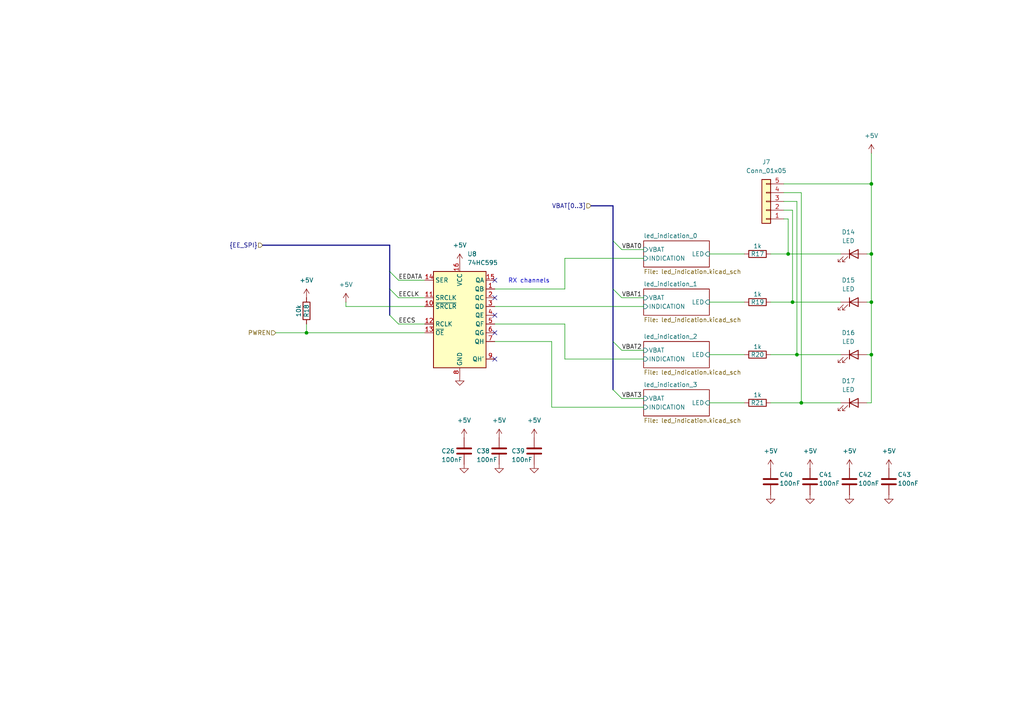
<source format=kicad_sch>
(kicad_sch (version 20231120) (generator "eeschema") (generator_version "8.0")
  (paper "A4")
  (title_block (title "FTDI Quad LIN"))
  (lib_symbols
    (symbol "74xx:74HC595"
      (property "Reference" "U" (at -7.62 13.97 0))
      (property "Value" "74HC595" (at -7.62 -16.51 0))
      (symbol "74HC595_1_0"
        (pin tri_state line (at 10.16 7.62 180) (length 2.54) (name "QB") (number "1"))
        (pin input line (at -10.16 2.54 0) (length 2.54) (name "~{SRCLR}") (number "10"))
        (pin input line (at -10.16 5.08 0) (length 2.54) (name "SRCLK") (number "11"))
        (pin input line (at -10.16 -2.54 0) (length 2.54) (name "RCLK") (number "12"))
        (pin input line (at -10.16 -5.08 0) (length 2.54) (name "~{OE}") (number "13"))
        (pin input line (at -10.16 10.16 0) (length 2.54) (name "SER") (number "14"))
        (pin tri_state line (at 10.16 10.16 180) (length 2.54) (name "QA") (number "15"))
        (pin power_in line (at 0 15.24 270) (length 2.54) (name "VCC") (number "16"))
        (pin tri_state line (at 10.16 5.08 180) (length 2.54) (name "QC") (number "2"))
        (pin tri_state line (at 10.16 2.54 180) (length 2.54) (name "QD") (number "3"))
        (pin tri_state line (at 10.16 0 180) (length 2.54) (name "QE") (number "4"))
        (pin tri_state line (at 10.16 -2.54 180) (length 2.54) (name "QF") (number "5"))
        (pin tri_state line (at 10.16 -5.08 180) (length 2.54) (name "QG") (number "6"))
        (pin tri_state line (at 10.16 -7.62 180) (length 2.54) (name "QH") (number "7"))
        (pin power_in line (at 0 -17.78 90) (length 2.54) (name "GND") (number "8"))
        (pin output line (at 10.16 -12.7 180) (length 2.54) (name "QH'") (number "9"))
      )
      (symbol "74HC595_1_1"
        (rectangle (start -7.62 12.7) (end 7.62 -15.24) (stroke (width 0.254)) (fill (type background)))
      )
    )
    (symbol "Connector_Generic:Conn_01x05" (pin_names (offset 1.016) hide)
      (property "Reference" "J" (at 0 7.62 0))
      (property "Value" "Conn_01x05" (at 0 -7.62 0))
      (symbol "Conn_01x05_1_1"
        (rectangle (start -1.27 -4.953) (end 0 -5.207) (stroke (width 0.1524)))
        (rectangle (start -1.27 -2.413) (end 0 -2.667) (stroke (width 0.1524)))
        (rectangle (start -1.27 0.127) (end 0 -0.127) (stroke (width 0.1524)))
        (rectangle (start -1.27 2.667) (end 0 2.413) (stroke (width 0.1524)))
        (rectangle (start -1.27 5.207) (end 0 4.953) (stroke (width 0.1524)))
        (rectangle (start -1.27 6.35) (end 1.27 -6.35) (stroke (width 0.254)) (fill (type background)))
        (pin passive line (at -5.08 5.08 0) (length 3.81) (name "Pin_1") (number "1"))
        (pin passive line (at -5.08 2.54 0) (length 3.81) (name "Pin_2") (number "2"))
        (pin passive line (at -5.08 0 0) (length 3.81) (name "Pin_3") (number "3"))
        (pin passive line (at -5.08 -2.54 0) (length 3.81) (name "Pin_4") (number "4"))
        (pin passive line (at -5.08 -5.08 0) (length 3.81) (name "Pin_5") (number "5"))
      )
    )
    (symbol "Device:C" (pin_numbers hide) (pin_names (offset 0.254))
      (property "Reference" "C" (at 0.635 2.54 0))
      (property "Value" "C" (at 0.635 -2.54 0))
      (symbol "C_0_1"
        (polyline (pts (xy -2.032 -0.762) (xy 2.032 -0.762)) (stroke (width 0.508)))
        (polyline (pts (xy -2.032 0.762) (xy 2.032 0.762)) (stroke (width 0.508)))
      )
      (symbol "C_1_1"
        (pin passive line (at 0 3.81 270) (length 2.794) (name "~") (number "1"))
        (pin passive line (at 0 -3.81 90) (length 2.794) (name "~") (number "2"))
      )
    )
    (symbol "Device:LED" (pin_numbers hide) (pin_names (offset 1.016) hide)
      (property "Reference" "D" (at 0 2.54 0))
      (property "Value" "LED" (at 0 -2.54 0))
      (symbol "LED_0_1"
        (polyline (pts (xy -1.27 -1.27) (xy -1.27 1.27)) (stroke (width 0.254)))
        (polyline (pts (xy -1.27 0) (xy 1.27 0)))
        (polyline (pts (xy 1.27 -1.27) (xy 1.27 1.27) (xy -1.27 0) (xy 1.27 -1.27)) (stroke (width 0.254)))
        (polyline (pts (xy -3.048 -0.762) (xy -4.572 -2.286) (xy -3.81 -2.286) (xy -4.572 -2.286) (xy -4.572 -1.524)))
        (polyline (pts (xy -1.778 -0.762) (xy -3.302 -2.286) (xy -2.54 -2.286) (xy -3.302 -2.286) (xy -3.302 -1.524)))
      )
      (symbol "LED_1_1"
        (pin passive line (at -3.81 0 0) (length 2.54) (name "K") (number "1"))
        (pin passive line (at 3.81 0 180) (length 2.54) (name "A") (number "2"))
      )
    )
    (symbol "Device:R" (pin_numbers hide) (pin_names (offset 0))
      (property "Reference" "R" (at 2.032 0 90))
      (property "Value" "R" (at 0 0 90))
      (symbol "R_0_1"
        (rectangle (start -1.016 -2.54) (end 1.016 2.54) (stroke (width 0.254)))
      )
      (symbol "R_1_1"
        (pin passive line (at 0 3.81 270) (length 1.27) (name "~") (number "1"))
        (pin passive line (at 0 -3.81 90) (length 1.27) (name "~") (number "2"))
      )
    )
    (symbol "power:+5V" (power) (pin_numbers hide) (pin_names (offset 0) hide)
      (property "Value" "+5V" (at 0 3.556 0))
      (symbol "+5V_0_1"
        (polyline (pts (xy -0.762 1.27) (xy 0 2.54)))
        (polyline (pts (xy 0 0) (xy 0 2.54)))
        (polyline (pts (xy 0 2.54) (xy 0.762 1.27)))
      )
      (symbol "+5V_1_1"
        (pin power_in line (at 0 0 90) (length 0) (name "~") (number "1"))
      )
    )
    (symbol "power:GND" (power) (pin_numbers hide) (pin_names (offset 0) hide)
      (property "Value" "GND" (at 0 -3.81 0))
      (symbol "GND_0_1"
        (polyline (pts (xy 0 0) (xy 0 -1.27) (xy 1.27 -1.27) (xy 0 -2.54) (xy -1.27 -1.27) (xy 0 -1.27)))
      )
      (symbol "GND_1_1"
        (pin power_in line (at 0 0 270) (length 0) (name "~") (number "1"))
      )
    )
  )
  (junction (at 252.73 87.63))
  (junction (at 88.9 96.52))
  (junction (at 231.14 102.87))
  (junction (at 232.41 116.84))
  (junction (at 252.73 102.87))
  (junction (at 252.73 53.34))
  (junction (at 229.87 87.63))
  (junction (at 252.73 73.66))
  (junction (at 228.6 73.66))
  (no_connect (at 143.51 104.14))
  (no_connect (at 143.51 86.36))
  (no_connect (at 143.51 91.44))
  (no_connect (at 143.51 96.52))
  (no_connect (at 143.51 81.28))
  (bus_entry (at 113.03 91.44) (size 2.54 2.54))
  (bus_entry (at 113.03 78.74) (size 2.54 2.54))
  (bus_entry (at 177.8 99.06) (size 2.54 2.54))
  (bus_entry (at 177.8 83.82) (size 2.54 2.54))
  (bus_entry (at 113.03 83.82) (size 2.54 2.54))
  (bus_entry (at 177.8 69.85) (size 2.54 2.54))
  (bus_entry (at 177.8 113.03) (size 2.54 2.54))
  (wire (pts (xy 115.57 93.98) (xy 123.19 93.98)))
  (wire (pts (xy 251.46 116.84) (xy 252.73 116.84)))
  (wire (pts (xy 229.87 87.63) (xy 223.52 87.63)))
  (bus (pts (xy 113.03 83.82) (xy 113.03 91.44)))
  (wire (pts (xy 252.73 53.34) (xy 252.73 73.66)))
  (bus (pts (xy 177.8 59.69) (xy 177.8 69.85)))
  (wire (pts (xy 243.84 73.66) (xy 228.6 73.66)))
  (wire (pts (xy 228.6 63.5) (xy 228.6 73.66)))
  (wire (pts (xy 180.34 72.39) (xy 186.69 72.39)))
  (wire (pts (xy 229.87 60.96) (xy 229.87 87.63)))
  (wire (pts (xy 88.9 96.52) (xy 123.19 96.52)))
  (wire (pts (xy 143.51 99.06) (xy 160.02 99.06)))
  (wire (pts (xy 205.74 87.63) (xy 215.9 87.63)))
  (wire (pts (xy 143.51 93.98) (xy 163.83 93.98)))
  (wire (pts (xy 252.73 73.66) (xy 252.73 87.63)))
  (wire (pts (xy 180.34 86.36) (xy 186.69 86.36)))
  (wire (pts (xy 231.14 58.42) (xy 231.14 102.87)))
  (wire (pts (xy 205.74 116.84) (xy 215.9 116.84)))
  (wire (pts (xy 231.14 102.87) (xy 223.52 102.87)))
  (bus (pts (xy 177.8 99.06) (xy 177.8 113.03)))
  (wire (pts (xy 251.46 87.63) (xy 252.73 87.63)))
  (wire (pts (xy 123.19 88.9) (xy 100.33 88.9)))
  (wire (pts (xy 186.69 118.11) (xy 160.02 118.11)))
  (wire (pts (xy 243.84 87.63) (xy 229.87 87.63)))
  (wire (pts (xy 115.57 81.28) (xy 123.19 81.28)))
  (bus (pts (xy 113.03 71.12) (xy 76.2 71.12)))
  (wire (pts (xy 143.51 88.9) (xy 186.69 88.9)))
  (wire (pts (xy 251.46 102.87) (xy 252.73 102.87)))
  (bus (pts (xy 171.45 59.69) (xy 177.8 59.69)))
  (wire (pts (xy 227.33 55.88) (xy 232.41 55.88)))
  (wire (pts (xy 252.73 102.87) (xy 252.73 116.84)))
  (wire (pts (xy 143.51 83.82) (xy 163.83 83.82)))
  (wire (pts (xy 252.73 44.45) (xy 252.73 53.34)))
  (wire (pts (xy 252.73 87.63) (xy 252.73 102.87)))
  (wire (pts (xy 243.84 116.84) (xy 232.41 116.84)))
  (wire (pts (xy 227.33 63.5) (xy 228.6 63.5)))
  (wire (pts (xy 228.6 73.66) (xy 223.52 73.66)))
  (wire (pts (xy 186.69 104.14) (xy 163.83 104.14)))
  (wire (pts (xy 205.74 102.87) (xy 215.9 102.87)))
  (bus (pts (xy 177.8 69.85) (xy 177.8 83.82)))
  (wire (pts (xy 205.74 73.66) (xy 215.9 73.66)))
  (bus (pts (xy 113.03 78.74) (xy 113.03 83.82)))
  (wire (pts (xy 100.33 88.9) (xy 100.33 87.63)))
  (wire (pts (xy 115.57 86.36) (xy 123.19 86.36)))
  (bus (pts (xy 177.8 83.82) (xy 177.8 99.06)))
  (wire (pts (xy 163.83 83.82) (xy 163.83 74.93)))
  (wire (pts (xy 243.84 102.87) (xy 231.14 102.87)))
  (wire (pts (xy 180.34 115.57) (xy 186.69 115.57)))
  (wire (pts (xy 180.34 101.6) (xy 186.69 101.6)))
  (wire (pts (xy 227.33 58.42) (xy 231.14 58.42)))
  (wire (pts (xy 80.01 96.52) (xy 88.9 96.52)))
  (wire (pts (xy 251.46 73.66) (xy 252.73 73.66)))
  (wire (pts (xy 88.9 93.98) (xy 88.9 96.52)))
  (wire (pts (xy 160.02 118.11) (xy 160.02 99.06)))
  (wire (pts (xy 227.33 60.96) (xy 229.87 60.96)))
  (wire (pts (xy 163.83 74.93) (xy 186.69 74.93)))
  (bus (pts (xy 113.03 71.12) (xy 113.03 78.74)))
  (wire (pts (xy 232.41 55.88) (xy 232.41 116.84)))
  (wire (pts (xy 163.83 104.14) (xy 163.83 93.98)))
  (wire (pts (xy 227.33 53.34) (xy 252.73 53.34)))
  (wire (pts (xy 232.41 116.84) (xy 223.52 116.84)))
  (text "RX channels" (at 153.416 81.534 0) (effects (font (size 1.27 1.27))))
  (label "VBAT0" (at 180.34 72.39 0))
  (label "VBAT2" (at 180.34 101.6 0))
  (label "EECS" (at 115.57 93.98 0))
  (label "EEDATA" (at 115.57 81.28 0))
  (label "VBAT1" (at 180.34 86.36 0))
  (label "VBAT3" (at 180.34 115.57 0))
  (label "EECLK" (at 115.57 86.36 0))
  (hierarchical_label "PWREN" (shape input) (at 80.01 96.52 180))
  (hierarchical_label "{EE_SPI}" (shape input) (at 76.2 71.12 180))
  (hierarchical_label "VBAT[0..3]" (shape input) (at 171.45 59.69 180))
  (symbol (lib_id "power:GND") (at 257.81 143.51 0) (unit 1)
    (property "Reference" "#PWR0119" (effects (hide yes)))
    (property "Value" "GND" (effects (hide yes)))
    (property "Description" "Power symbol creates a global label with name \"GND\" , ground" (effects (hide yes)))
  )
  (symbol (lib_id "power:+5V") (at 234.95 135.89 0) (unit 1)
    (property "Reference" "#PWR0114" (effects (hide yes)))
    (property "Value" "+5V" (at 234.95 130.81 0))
    (property "Description" "Power symbol creates a global label with name \"+5V\"" (effects (hide yes)))
  )
  (symbol (lib_id "power:GND") (at 133.35 109.22 0) (unit 1)
    (property "Reference" "#PWR076" (effects (hide yes)))
    (property "Value" "GND" (effects (hide yes)))
    (property "Description" "Power symbol creates a global label with name \"GND\" , ground" (effects (hide yes)))
  )
  (symbol (lib_id "power:GND") (at 134.62 134.62 0) (unit 1)
    (property "Reference" "#PWR072" (effects (hide yes)))
    (property "Value" "GND" (effects (hide yes)))
    (property "Description" "Power symbol creates a global label with name \"GND\" , ground" (effects (hide yes)))
  )
  (symbol (lib_id "Device:C") (at 257.81 139.7 0) (unit 1)
    (property "Reference" "C43" (at 260.35 137.668 0) (effects (justify left)))
    (property "Value" "100nF" (at 260.35 140.208 0) (effects (justify left)))
    (property "Footprint" "Capacitor_SMD:C_0805_2012Metric" (effects (hide yes)))
    (property "Description" "Unpolarized capacitor" (effects (hide yes)))
  )
  (symbol (lib_id "Device:C") (at 234.95 139.7 0) (unit 1)
    (property "Reference" "C41" (at 237.49 137.668 0) (effects (justify left)))
    (property "Value" "100nF" (at 237.49 140.208 0) (effects (justify left)))
    (property "Footprint" "Capacitor_SMD:C_0805_2012Metric" (effects (hide yes)))
    (property "Description" "Unpolarized capacitor" (effects (hide yes)))
  )
  (symbol (lib_id "Device:R") (at 219.71 102.87 270) (unit 1)
    (property "Reference" "R20" (at 219.71 102.87 90))
    (property "Value" "1k" (at 219.71 100.584 90))
    (property "Footprint" "Resistor_SMD:R_0805_2012Metric" (effects (hide yes)))
    (property "Description" "Resistor" (effects (hide yes)))
  )
  (symbol (lib_id "Device:LED") (at 247.65 116.84 0) (unit 1)
    (property "Reference" "D17" (at 246.0625 110.49 0))
    (property "Value" "LED" (at 246.0625 113.03 0))
    (property "Footprint" "ftdi_quad_lin:1216.1002" (effects (hide yes)))
    (property "Description" "Light emitting diode" (effects (hide yes)))
  )
  (symbol (lib_id "Device:C") (at 223.52 139.7 0) (unit 1)
    (property "Reference" "C40" (at 226.06 137.668 0) (effects (justify left)))
    (property "Value" "100nF" (at 226.06 140.208 0) (effects (justify left)))
    (property "Footprint" "Capacitor_SMD:C_0805_2012Metric" (effects (hide yes)))
    (property "Description" "Unpolarized capacitor" (effects (hide yes)))
  )
  (symbol (lib_id "Device:R") (at 219.71 87.63 270) (unit 1)
    (property "Reference" "R19" (at 219.71 87.63 90))
    (property "Value" "1k" (at 219.71 85.344 90))
    (property "Footprint" "Resistor_SMD:R_0805_2012Metric" (effects (hide yes)))
    (property "Description" "Resistor" (effects (hide yes)))
  )
  (symbol (lib_id "Device:R") (at 219.71 116.84 270) (unit 1)
    (property "Reference" "R21" (at 219.71 116.84 90))
    (property "Value" "1k" (at 219.71 114.554 90))
    (property "Footprint" "Resistor_SMD:R_0805_2012Metric" (effects (hide yes)))
    (property "Description" "Resistor" (effects (hide yes)))
  )
  (symbol (lib_id "74xx:74HC595") (at 133.35 91.44 0) (unit 1)
    (property "Reference" "U8" (at 135.5441 73.66 0) (effects (justify left)))
    (property "Value" "74HC595" (at 135.5441 76.2 0) (effects (justify left)))
    (property "Footprint" "Package_SO:SOIC-16_3.9x9.9mm_P1.27mm" (effects (hide yes)))
    (property "Datasheet" "http://www.ti.com/lit/ds/symlink/sn74hc595.pdf" (effects (hide yes)))
    (property "Description" "8-bit serial in/out Shift Register 3-State Outputs" (effects (hide yes)))
    (property "manf#" "SN74HC595DR" (effects (hide yes)))
  )
  (symbol (lib_id "power:+5V") (at 133.35 76.2 0) (unit 1)
    (property "Reference" "#PWR026" (effects (hide yes)))
    (property "Value" "+5V" (at 133.35 71.12 0))
    (property "Description" "Power symbol creates a global label with name \"+5V\"" (effects (hide yes)))
  )
  (symbol (lib_id "power:GND") (at 154.94 134.62 0) (unit 1)
    (property "Reference" "#PWR095" (effects (hide yes)))
    (property "Value" "GND" (effects (hide yes)))
    (property "Description" "Power symbol creates a global label with name \"GND\" , ground" (effects (hide yes)))
  )
  (symbol (lib_id "power:+5V") (at 223.52 135.89 0) (unit 1)
    (property "Reference" "#PWR0112" (effects (hide yes)))
    (property "Value" "+5V" (at 223.52 130.81 0))
    (property "Description" "Power symbol creates a global label with name \"+5V\"" (effects (hide yes)))
  )
  (symbol (lib_id "power:GND") (at 223.52 143.51 0) (unit 1)
    (property "Reference" "#PWR0113" (effects (hide yes)))
    (property "Value" "GND" (effects (hide yes)))
    (property "Description" "Power symbol creates a global label with name \"GND\" , ground" (effects (hide yes)))
  )
  (symbol (lib_id "power:+5V") (at 100.33 87.63 0) (unit 1)
    (property "Reference" "#PWR074" (effects (hide yes)))
    (property "Value" "+5V" (at 100.33 82.55 0))
    (property "Description" "Power symbol creates a global label with name \"+5V\"" (effects (hide yes)))
  )
  (symbol (lib_id "power:GND") (at 246.38 143.51 0) (unit 1)
    (property "Reference" "#PWR0117" (effects (hide yes)))
    (property "Value" "GND" (effects (hide yes)))
    (property "Description" "Power symbol creates a global label with name \"GND\" , ground" (effects (hide yes)))
  )
  (symbol (lib_id "power:+5V") (at 134.62 127 0) (unit 1)
    (property "Reference" "#PWR028" (effects (hide yes)))
    (property "Value" "+5V" (at 134.62 121.92 0))
    (property "Description" "Power symbol creates a global label with name \"+5V\"" (effects (hide yes)))
  )
  (symbol (lib_id "Device:LED") (at 247.65 102.87 0) (unit 1)
    (property "Reference" "D16" (at 246.0625 96.52 0))
    (property "Value" "LED" (at 246.0625 99.06 0))
    (property "Footprint" "ftdi_quad_lin:1216.1002" (effects (hide yes)))
    (property "Description" "Light emitting diode" (effects (hide yes)))
  )
  (symbol (lib_id "Device:R") (at 88.9 90.17 0) (unit 1)
    (property "Reference" "R18" (at 88.9 90.17 90))
    (property "Value" "10k" (at 86.614 90.17 90))
    (property "Footprint" "Resistor_SMD:R_0805_2012Metric" (effects (hide yes)))
    (property "Description" "Resistor" (effects (hide yes)))
  )
  (symbol (lib_id "Device:LED") (at 247.65 73.66 0) (unit 1)
    (property "Reference" "D14" (at 246.0625 67.31 0))
    (property "Value" "LED" (at 246.0625 69.85 0))
    (property "Footprint" "ftdi_quad_lin:1216.1002" (effects (hide yes)))
    (property "Description" "Light emitting diode" (effects (hide yes)))
  )
  (symbol (lib_id "power:GND") (at 234.95 143.51 0) (unit 1)
    (property "Reference" "#PWR0115" (effects (hide yes)))
    (property "Value" "GND" (effects (hide yes)))
    (property "Description" "Power symbol creates a global label with name \"GND\" , ground" (effects (hide yes)))
  )
  (symbol (lib_id "Device:C") (at 144.78 130.81 0) (unit 1)
    (property "Reference" "C38" (at 138.176 130.81 0) (effects (justify left)))
    (property "Value" "100nF" (at 138.176 133.35 0) (effects (justify left)))
    (property "Footprint" "Capacitor_SMD:C_0805_2012Metric" (effects (hide yes)))
    (property "Description" "Unpolarized capacitor" (effects (hide yes)))
  )
  (symbol (lib_id "Device:R") (at 219.71 73.66 270) (unit 1)
    (property "Reference" "R17" (at 219.71 73.66 90))
    (property "Value" "1k" (at 219.71 71.374 90))
    (property "Footprint" "Resistor_SMD:R_0805_2012Metric" (effects (hide yes)))
    (property "Description" "Resistor" (effects (hide yes)))
  )
  (symbol (lib_id "power:GND") (at 144.78 134.62 0) (unit 1)
    (property "Reference" "#PWR092" (effects (hide yes)))
    (property "Value" "GND" (effects (hide yes)))
    (property "Description" "Power symbol creates a global label with name \"GND\" , ground" (effects (hide yes)))
  )
  (symbol (lib_id "power:+5V") (at 246.38 135.89 0) (unit 1)
    (property "Reference" "#PWR0116" (effects (hide yes)))
    (property "Value" "+5V" (at 246.38 130.81 0))
    (property "Description" "Power symbol creates a global label with name \"+5V\"" (effects (hide yes)))
  )
  (symbol (lib_id "power:+5V") (at 252.73 44.45 0) (unit 1)
    (property "Reference" "#PWR075" (effects (hide yes)))
    (property "Value" "+5V" (at 252.73 39.37 0))
    (property "Description" "Power symbol creates a global label with name \"+5V\"" (effects (hide yes)))
  )
  (symbol (lib_id "Device:C") (at 134.62 130.81 0) (unit 1)
    (property "Reference" "C26" (at 128.016 130.81 0) (effects (justify left)))
    (property "Value" "100nF" (at 128.016 133.35 0) (effects (justify left)))
    (property "Footprint" "Capacitor_SMD:C_0805_2012Metric" (effects (hide yes)))
    (property "Description" "Unpolarized capacitor" (effects (hide yes)))
  )
  (symbol (lib_id "Device:LED") (at 247.65 87.63 0) (unit 1)
    (property "Reference" "D15" (at 246.0625 81.28 0))
    (property "Value" "LED" (at 246.0625 83.82 0))
    (property "Footprint" "ftdi_quad_lin:1216.1002" (effects (hide yes)))
    (property "Description" "Light emitting diode" (effects (hide yes)))
  )
  (symbol (lib_id "Device:C") (at 154.94 130.81 0) (unit 1)
    (property "Reference" "C39" (at 148.336 130.81 0) (effects (justify left)))
    (property "Value" "100nF" (at 148.336 133.35 0) (effects (justify left)))
    (property "Footprint" "Capacitor_SMD:C_0805_2012Metric" (effects (hide yes)))
    (property "Description" "Unpolarized capacitor" (effects (hide yes)))
  )
  (symbol (lib_id "power:+5V") (at 257.81 135.89 0) (unit 1)
    (property "Reference" "#PWR0118" (effects (hide yes)))
    (property "Value" "+5V" (at 257.81 130.81 0))
    (property "Description" "Power symbol creates a global label with name \"+5V\"" (effects (hide yes)))
  )
  (symbol (lib_id "power:+5V") (at 144.78 127 0) (unit 1)
    (property "Reference" "#PWR091" (effects (hide yes)))
    (property "Value" "+5V" (at 144.78 121.92 0))
    (property "Description" "Power symbol creates a global label with name \"+5V\"" (effects (hide yes)))
  )
  (symbol (lib_id "Connector_Generic:Conn_01x05") (at 222.25 58.42 180) (unit 1)
    (property "Reference" "J7" (at 222.25 46.99 0))
    (property "Value" "Conn_01x05" (at 222.25 49.53 0))
    (property "Footprint" "Connector_JST:JST_XH_B5B-XH-A_1x05_P2.50mm_Vertical" (effects (hide yes)))
    (property "Description" "Generic connector, single row, 01x05, script generated (kicad-library-utils/schlib/autogen/connector/)" (effects (hide yes)))
    (property "manf#" "B5B-XH-A (LF)(SN)" (effects (hide yes)))
  )
  (symbol (lib_id "power:+5V") (at 88.9 86.36 0) (unit 1)
    (property "Reference" "#PWR073" (effects (hide yes)))
    (property "Value" "+5V" (at 88.9 81.28 0))
    (property "Description" "Power symbol creates a global label with name \"+5V\"" (effects (hide yes)))
  )
  (symbol (lib_id "power:+5V") (at 154.94 127 0) (unit 1)
    (property "Reference" "#PWR093" (effects (hide yes)))
    (property "Value" "+5V" (at 154.94 121.92 0))
    (property "Description" "Power symbol creates a global label with name \"+5V\"" (effects (hide yes)))
  )
  (symbol (lib_id "Device:C") (at 246.38 139.7 0) (unit 1)
    (property "Reference" "C42" (at 248.92 137.668 0) (effects (justify left)))
    (property "Value" "100nF" (at 248.92 140.208 0) (effects (justify left)))
    (property "Footprint" "Capacitor_SMD:C_0805_2012Metric" (effects (hide yes)))
    (property "Description" "Unpolarized capacitor" (effects (hide yes)))
  )
  (sheet (at 186.69 99.06) (size 19.05 7.62) (stroke (width 0.1524))
    (property "Sheetname" "led_indication_2" (at 186.69 98.3484 0) (effects (justify left bottom)))
    (property "Sheetfile" "led_indication.kicad_sch" (at 186.69 107.2646 0) (effects (justify left top)))
    (pin "INDICATION" input (at 186.69 104.14 180))
    (pin "VBAT" input (at 186.69 101.6 180))
    (pin "LED" input (at 205.74 102.87 0))
  )
  (sheet (at 186.69 83.82) (size 19.05 7.62) (stroke (width 0.1524))
    (property "Sheetname" "led_indication_1" (at 186.69 83.1084 0) (effects (justify left bottom)))
    (property "Sheetfile" "led_indication.kicad_sch" (at 186.69 92.0246 0) (effects (justify left top)))
    (pin "INDICATION" input (at 186.69 88.9 180))
    (pin "VBAT" input (at 186.69 86.36 180))
    (pin "LED" input (at 205.74 87.63 0))
  )
  (sheet (at 186.69 69.85) (size 19.05 7.62) (stroke (width 0.1524))
    (property "Sheetname" "led_indication_0" (at 186.69 69.1384 0) (effects (justify left bottom)))
    (property "Sheetfile" "led_indication.kicad_sch" (at 186.69 78.0546 0) (effects (justify left top)))
    (pin "INDICATION" input (at 186.69 74.93 180))
    (pin "VBAT" input (at 186.69 72.39 180))
    (pin "LED" input (at 205.74 73.66 0))
  )
  (sheet (at 186.69 113.03) (size 19.05 7.62) (stroke (width 0.1524))
    (property "Sheetname" "led_indication_3" (at 186.69 112.3184 0) (effects (justify left bottom)))
    (property "Sheetfile" "led_indication.kicad_sch" (at 186.69 121.2346 0) (effects (justify left top)))
    (pin "INDICATION" input (at 186.69 118.11 180))
    (pin "VBAT" input (at 186.69 115.57 180))
    (pin "LED" input (at 205.74 116.84 0))
  )
)
</source>
